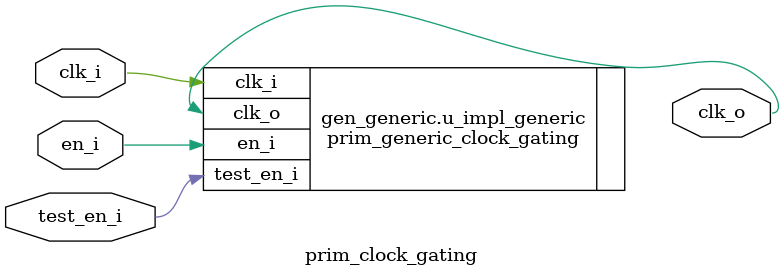
<source format=v>
module prim_clock_gating (
	clk_i,
	en_i,
	test_en_i,
	clk_o
);
	localparam prim_pkg_ImplGeneric = 0;
	parameter integer Impl = prim_pkg_ImplGeneric;
	input clk_i;
	input en_i;
	input test_en_i;
	output wire clk_o;
	localparam ImplGeneric = 0;
	localparam ImplXilinx = 1;
	generate
		if ((Impl == ImplGeneric)) begin : gen_generic
			prim_generic_clock_gating u_impl_generic(
				.clk_i(clk_i),
				.en_i(en_i),
				.test_en_i(test_en_i),
				.clk_o(clk_o)
			);
		end
		else if ((Impl == ImplXilinx)) begin : gen_xilinx
			prim_xilinx_clock_gating u_impl_xilinx(
				.clk_i(clk_i),
				.en_i(en_i),
				.test_en_i(test_en_i),
				.clk_o(clk_o)
			);
		end
	endgenerate
endmodule

</source>
